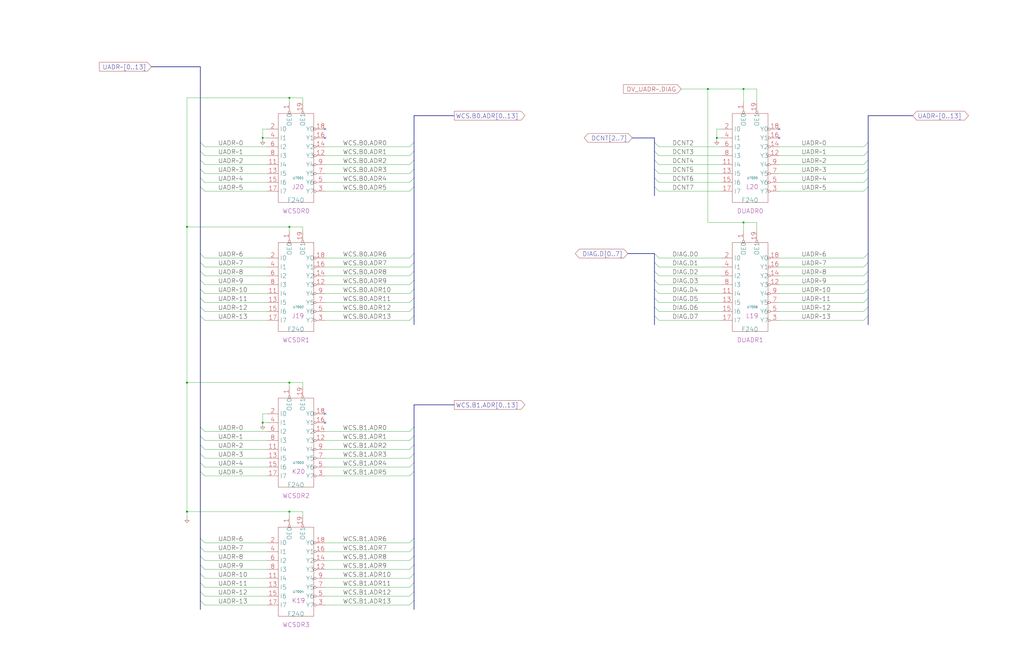
<source format=kicad_sch>
(kicad_sch (version 20250114) (generator "eeschema") (generator_version "9.0")
  (paper "User" 584.2 378.46)
  (title_block (title "WCS DRIVERS") (date "22-MAY-90") (rev "1.0") (comment 1 "SEQUENCER") (comment 2 "232-003064") (comment 3 "S400") (comment 4 "RELEASED"))
  (lib_symbols
    (symbol "r1000:F240" (pin_names (offset 1.016))
      (property "Reference" "U" (at 2.54 5.08 0))
      (property "Value" "F240" (at -3.81 -7.62 0))
      (property "Location" "___" (at -1.27 0 0))
      (property "Name" "______" (at 1.27 -15.24 0))
      (symbol "F240_1_1"
        (rectangle (start -8.89 41.91) (end 11.43 -8.89))
        (circle (center -2.54 42.545) (radius 0.635))
        (circle (center 5.08 42.545) (radius 0.635))
        (circle (center 12.065 33.02) (radius 0.635))
        (circle (center 12.065 27.94) (radius 0.635))
        (circle (center 12.065 22.86) (radius 0.635))
        (circle (center 12.065 17.78) (radius 0.635))
        (circle (center 12.065 12.7) (radius 0.635))
        (circle (center 12.065 7.62) (radius 0.635))
        (circle (center 12.065 2.54) (radius 0.635))
        (circle (center 12.065 -2.54) (radius 0.635))
        (pin input line (at -15.24 33.02 0) (length 6.35) (name "I0") (number "2"))
        (pin input line (at -15.24 27.94 0) (length 6.35) (name "I1") (number "4"))
        (pin input line (at -15.24 22.86 0) (length 6.35) (name "I2") (number "6"))
        (pin input line (at -15.24 17.78 0) (length 6.35) (name "I3") (number "8"))
        (pin input line (at -15.24 12.7 0) (length 6.35) (name "I4") (number "11"))
        (pin input line (at -15.24 7.62 0) (length 6.35) (name "I5") (number "13"))
        (pin input line (at -15.24 2.54 0) (length 6.35) (name "I6") (number "15"))
        (pin input line (at -15.24 -2.54 0) (length 6.35) (name "I7") (number "17"))
        (pin input line (at -2.54 48.26 270) (length 5.08) (name "OE0") (number "1"))
        (pin input line (at 5.08 48.26 270) (length 5.08) (name "OE1") (number "19"))
        (pin tri_state line (at 17.78 33.02 180) (length 5.08) (name "Y0") (number "18"))
        (pin tri_state line (at 17.78 27.94 180) (length 5.08) (name "Y1") (number "16"))
        (pin tri_state line (at 17.78 22.86 180) (length 5.08) (name "Y2") (number "14"))
        (pin tri_state line (at 17.78 17.78 180) (length 5.08) (name "Y3") (number "12"))
        (pin tri_state line (at 17.78 12.7 180) (length 5.08) (name "Y4") (number "9"))
        (pin tri_state line (at 17.78 7.62 180) (length 5.08) (name "Y5") (number "7"))
        (pin tri_state line (at 17.78 2.54 180) (length 5.08) (name "Y6") (number "5"))
        (pin tri_state line (at 17.78 -2.54 180) (length 5.08) (name "Y7") (number "3"))
      )
    )
    (symbol "r1000:PD" (power) (pin_numbers (hide yes)) (pin_names (hide yes)) (in_bom no)
      (symbol "PD_0_1"
        (polyline (pts (xy 0 -2.54) (xy 1.27 -2.54) (xy 0 -3.81) (xy -1.27 -2.54) (xy 0 -2.54)) (stroke (width 0.1524)))
      )
      (symbol "PD_1_1"
        (pin power_in line (at 0 0 270) (length 2.54) (name "PD") (number "1"))
      )
    )
  )
  (junction (at 165.1 218.44))
  (junction (at 408.94 78.74))
  (junction (at 424.18 127))
  (junction (at 149.86 241.3))
  (junction (at 165.1 292.1))
  (junction (at 149.86 78.74))
  (junction (at 165.1 129.54))
  (junction (at 106.68 129.54))
  (junction (at 165.1 55.88))
  (junction (at 106.68 292.1))
  (junction (at 424.18 50.8))
  (junction (at 106.68 218.44))
  (junction (at 403.86 50.8))
  (no_connect (at 444.5 78.74))
  (no_connect (at 185.42 78.74))
  (no_connect (at 185.42 241.3))
  (no_connect (at 185.42 236.22))
  (no_connect (at 185.42 73.66))
  (no_connect (at 444.5 73.66))
  (bus_entry (at 114.3 180.34) (size 2.54 2.54))
  (bus_entry (at 495.3 180.34) (size -2.54 2.54))
  (bus_entry (at 114.3 106.68) (size 2.54 2.54))
  (bus_entry (at 495.3 160.02) (size -2.54 2.54))
  (bus_entry (at 114.3 170.18) (size 2.54 2.54))
  (bus_entry (at 236.22 322.58) (size -2.54 2.54))
  (bus_entry (at 236.22 175.26) (size -2.54 2.54))
  (bus_entry (at 495.3 101.6) (size -2.54 2.54))
  (bus_entry (at 236.22 259.08) (size -2.54 2.54))
  (bus_entry (at 236.22 342.9) (size -2.54 2.54))
  (bus_entry (at 373.38 101.6) (size 2.54 2.54))
  (bus_entry (at 495.3 165.1) (size -2.54 2.54))
  (bus_entry (at 495.3 106.68) (size -2.54 2.54))
  (bus_entry (at 373.38 170.18) (size 2.54 2.54))
  (bus_entry (at 236.22 317.5) (size -2.54 2.54))
  (bus_entry (at 114.3 322.58) (size 2.54 2.54))
  (bus_entry (at 236.22 243.84) (size -2.54 2.54))
  (bus_entry (at 114.3 81.28) (size 2.54 2.54))
  (bus_entry (at 114.3 96.52) (size 2.54 2.54))
  (bus_entry (at 236.22 101.6) (size -2.54 2.54))
  (bus_entry (at 236.22 165.1) (size -2.54 2.54))
  (bus_entry (at 114.3 307.34) (size 2.54 2.54))
  (bus_entry (at 236.22 337.82) (size -2.54 2.54))
  (bus_entry (at 114.3 342.9) (size 2.54 2.54))
  (bus_entry (at 114.3 154.94) (size 2.54 2.54))
  (bus_entry (at 236.22 160.02) (size -2.54 2.54))
  (bus_entry (at 236.22 86.36) (size -2.54 2.54))
  (bus_entry (at 373.38 86.36) (size 2.54 2.54))
  (bus_entry (at 236.22 91.44) (size -2.54 2.54))
  (bus_entry (at 114.3 337.82) (size 2.54 2.54))
  (bus_entry (at 114.3 144.78) (size 2.54 2.54))
  (bus_entry (at 114.3 317.5) (size 2.54 2.54))
  (bus_entry (at 373.38 154.94) (size 2.54 2.54))
  (bus_entry (at 236.22 170.18) (size -2.54 2.54))
  (bus_entry (at 114.3 264.16) (size 2.54 2.54))
  (bus_entry (at 114.3 327.66) (size 2.54 2.54))
  (bus_entry (at 373.38 106.68) (size 2.54 2.54))
  (bus_entry (at 495.3 144.78) (size -2.54 2.54))
  (bus_entry (at 236.22 254) (size -2.54 2.54))
  (bus_entry (at 236.22 180.34) (size -2.54 2.54))
  (bus_entry (at 236.22 312.42) (size -2.54 2.54))
  (bus_entry (at 114.3 248.92) (size 2.54 2.54))
  (bus_entry (at 114.3 160.02) (size 2.54 2.54))
  (bus_entry (at 236.22 264.16) (size -2.54 2.54))
  (bus_entry (at 373.38 175.26) (size 2.54 2.54))
  (bus_entry (at 236.22 149.86) (size -2.54 2.54))
  (bus_entry (at 114.3 101.6) (size 2.54 2.54))
  (bus_entry (at 236.22 144.78) (size -2.54 2.54))
  (bus_entry (at 114.3 259.08) (size 2.54 2.54))
  (bus_entry (at 114.3 332.74) (size 2.54 2.54))
  (bus_entry (at 236.22 81.28) (size -2.54 2.54))
  (bus_entry (at 236.22 154.94) (size -2.54 2.54))
  (bus_entry (at 373.38 149.86) (size 2.54 2.54))
  (bus_entry (at 236.22 106.68) (size -2.54 2.54))
  (bus_entry (at 495.3 175.26) (size -2.54 2.54))
  (bus_entry (at 373.38 180.34) (size 2.54 2.54))
  (bus_entry (at 495.3 96.52) (size -2.54 2.54))
  (bus_entry (at 495.3 170.18) (size -2.54 2.54))
  (bus_entry (at 236.22 96.52) (size -2.54 2.54))
  (bus_entry (at 114.3 149.86) (size 2.54 2.54))
  (bus_entry (at 373.38 165.1) (size 2.54 2.54))
  (bus_entry (at 495.3 154.94) (size -2.54 2.54))
  (bus_entry (at 114.3 91.44) (size 2.54 2.54))
  (bus_entry (at 236.22 307.34) (size -2.54 2.54))
  (bus_entry (at 495.3 81.28) (size -2.54 2.54))
  (bus_entry (at 236.22 332.74) (size -2.54 2.54))
  (bus_entry (at 495.3 149.86) (size -2.54 2.54))
  (bus_entry (at 373.38 144.78) (size 2.54 2.54))
  (bus_entry (at 114.3 254) (size 2.54 2.54))
  (bus_entry (at 236.22 327.66) (size -2.54 2.54))
  (bus_entry (at 495.3 91.44) (size -2.54 2.54))
  (bus_entry (at 236.22 248.92) (size -2.54 2.54))
  (bus_entry (at 236.22 269.24) (size -2.54 2.54))
  (bus_entry (at 495.3 86.36) (size -2.54 2.54))
  (bus_entry (at 373.38 81.28) (size 2.54 2.54))
  (bus_entry (at 114.3 175.26) (size 2.54 2.54))
  (bus_entry (at 114.3 312.42) (size 2.54 2.54))
  (bus_entry (at 373.38 96.52) (size 2.54 2.54))
  (bus_entry (at 114.3 243.84) (size 2.54 2.54))
  (bus_entry (at 114.3 269.24) (size 2.54 2.54))
  (bus_entry (at 373.38 91.44) (size 2.54 2.54))
  (bus_entry (at 114.3 86.36) (size 2.54 2.54))
  (bus_entry (at 373.38 160.02) (size 2.54 2.54))
  (bus_entry (at 114.3 165.1) (size 2.54 2.54))
  (wire (pts (xy 116.84 88.9) (xy 152.4 88.9)))
  (bus (pts (xy 114.3 322.58) (xy 114.3 327.66)))
  (wire (pts (xy 375.92 109.22) (xy 411.48 109.22)))
  (wire (pts (xy 172.72 55.88) (xy 165.1 55.88)))
  (wire (pts (xy 165.1 55.88) (xy 106.68 55.88)))
  (bus (pts (xy 236.22 81.28) (xy 236.22 86.36)))
  (wire (pts (xy 375.92 157.48) (xy 411.48 157.48)))
  (bus (pts (xy 114.3 86.36) (xy 114.3 91.44)))
  (bus (pts (xy 236.22 106.68) (xy 236.22 144.78)))
  (wire (pts (xy 424.18 50.8) (xy 424.18 58.42)))
  (bus (pts (xy 114.3 269.24) (xy 114.3 307.34)))
  (wire (pts (xy 185.42 99.06) (xy 233.68 99.06)))
  (bus (pts (xy 236.22 254) (xy 236.22 259.08)))
  (wire (pts (xy 403.86 50.8) (xy 424.18 50.8)))
  (bus (pts (xy 236.22 91.44) (xy 236.22 96.52)))
  (bus (pts (xy 236.22 165.1) (xy 236.22 170.18)))
  (bus (pts (xy 236.22 342.9) (xy 236.22 347.98)))
  (bus (pts (xy 373.38 91.44) (xy 373.38 96.52)))
  (wire (pts (xy 431.8 132.08) (xy 431.8 127)))
  (bus (pts (xy 114.3 170.18) (xy 114.3 175.26)))
  (wire (pts (xy 116.84 177.8) (xy 152.4 177.8)))
  (wire (pts (xy 375.92 99.06) (xy 411.48 99.06)))
  (wire (pts (xy 185.42 325.12) (xy 233.68 325.12)))
  (wire (pts (xy 375.92 147.32) (xy 411.48 147.32)))
  (wire (pts (xy 375.92 167.64) (xy 411.48 167.64)))
  (wire (pts (xy 116.84 340.36) (xy 152.4 340.36)))
  (bus (pts (xy 495.3 180.34) (xy 495.3 185.42)))
  (wire (pts (xy 116.84 251.46) (xy 152.4 251.46)))
  (wire (pts (xy 116.84 157.48) (xy 152.4 157.48)))
  (wire (pts (xy 116.84 182.88) (xy 152.4 182.88)))
  (wire (pts (xy 411.48 73.66) (xy 408.94 73.66)))
  (bus (pts (xy 358.14 144.78) (xy 373.38 144.78)))
  (bus (pts (xy 114.3 327.66) (xy 114.3 332.74)))
  (wire (pts (xy 185.42 320.04) (xy 233.68 320.04)))
  (wire (pts (xy 185.42 246.38) (xy 233.68 246.38)))
  (bus (pts (xy 236.22 231.14) (xy 259.08 231.14)))
  (wire (pts (xy 444.5 99.06) (xy 492.76 99.06)))
  (bus (pts (xy 114.3 175.26) (xy 114.3 180.34)))
  (bus (pts (xy 114.3 38.1) (xy 114.3 81.28)))
  (wire (pts (xy 444.5 157.48) (xy 492.76 157.48)))
  (wire (pts (xy 403.86 50.8) (xy 403.86 127)))
  (wire (pts (xy 444.5 93.98) (xy 492.76 93.98)))
  (bus (pts (xy 114.3 312.42) (xy 114.3 317.5)))
  (wire (pts (xy 106.68 129.54) (xy 165.1 129.54)))
  (wire (pts (xy 375.92 104.14) (xy 411.48 104.14)))
  (wire (pts (xy 116.84 345.44) (xy 152.4 345.44)))
  (wire (pts (xy 375.92 93.98) (xy 411.48 93.98)))
  (wire (pts (xy 185.42 157.48) (xy 233.68 157.48)))
  (bus (pts (xy 114.3 259.08) (xy 114.3 264.16)))
  (wire (pts (xy 408.94 73.66) (xy 408.94 78.74)))
  (wire (pts (xy 185.42 104.14) (xy 233.68 104.14)))
  (wire (pts (xy 444.5 109.22) (xy 492.76 109.22)))
  (wire (pts (xy 172.72 58.42) (xy 172.72 55.88)))
  (bus (pts (xy 114.3 248.92) (xy 114.3 254)))
  (bus (pts (xy 236.22 243.84) (xy 236.22 248.92)))
  (wire (pts (xy 375.92 182.88) (xy 411.48 182.88)))
  (wire (pts (xy 185.42 271.78) (xy 233.68 271.78)))
  (bus (pts (xy 236.22 154.94) (xy 236.22 160.02)))
  (wire (pts (xy 116.84 99.06) (xy 152.4 99.06)))
  (wire (pts (xy 116.84 83.82) (xy 152.4 83.82)))
  (bus (pts (xy 114.3 180.34) (xy 114.3 243.84)))
  (wire (pts (xy 444.5 162.56) (xy 492.76 162.56)))
  (bus (pts (xy 495.3 160.02) (xy 495.3 165.1)))
  (bus (pts (xy 236.22 322.58) (xy 236.22 327.66)))
  (bus (pts (xy 495.3 91.44) (xy 495.3 96.52)))
  (wire (pts (xy 375.92 83.82) (xy 411.48 83.82)))
  (wire (pts (xy 172.72 292.1) (xy 172.72 294.64)))
  (bus (pts (xy 236.22 66.04) (xy 259.08 66.04)))
  (wire (pts (xy 444.5 88.9) (xy 492.76 88.9)))
  (bus (pts (xy 495.3 101.6) (xy 495.3 106.68)))
  (bus (pts (xy 114.3 106.68) (xy 114.3 144.78)))
  (bus (pts (xy 373.38 180.34) (xy 373.38 185.42)))
  (bus (pts (xy 236.22 175.26) (xy 236.22 180.34)))
  (wire (pts (xy 116.84 335.28) (xy 152.4 335.28)))
  (bus (pts (xy 373.38 144.78) (xy 373.38 149.86)))
  (wire (pts (xy 106.68 218.44) (xy 106.68 292.1)))
  (bus (pts (xy 236.22 337.82) (xy 236.22 342.9)))
  (bus (pts (xy 236.22 259.08) (xy 236.22 264.16)))
  (wire (pts (xy 116.84 147.32) (xy 152.4 147.32)))
  (wire (pts (xy 116.84 152.4) (xy 152.4 152.4)))
  (bus (pts (xy 495.3 144.78) (xy 495.3 149.86)))
  (bus (pts (xy 495.3 149.86) (xy 495.3 154.94)))
  (bus (pts (xy 236.22 312.42) (xy 236.22 317.5)))
  (bus (pts (xy 373.38 160.02) (xy 373.38 165.1)))
  (wire (pts (xy 149.86 78.74) (xy 152.4 78.74)))
  (wire (pts (xy 116.84 325.12) (xy 152.4 325.12)))
  (bus (pts (xy 236.22 307.34) (xy 236.22 312.42)))
  (wire (pts (xy 444.5 147.32) (xy 492.76 147.32)))
  (wire (pts (xy 106.68 129.54) (xy 106.68 218.44)))
  (wire (pts (xy 185.42 256.54) (xy 233.68 256.54)))
  (bus (pts (xy 236.22 332.74) (xy 236.22 337.82)))
  (bus (pts (xy 236.22 144.78) (xy 236.22 149.86)))
  (wire (pts (xy 116.84 256.54) (xy 152.4 256.54)))
  (bus (pts (xy 495.3 86.36) (xy 495.3 91.44)))
  (bus (pts (xy 236.22 86.36) (xy 236.22 91.44)))
  (bus (pts (xy 236.22 170.18) (xy 236.22 175.26)))
  (bus (pts (xy 236.22 264.16) (xy 236.22 269.24)))
  (bus (pts (xy 360.68 78.74) (xy 373.38 78.74)))
  (bus (pts (xy 236.22 149.86) (xy 236.22 154.94)))
  (bus (pts (xy 373.38 175.26) (xy 373.38 180.34)))
  (bus (pts (xy 236.22 269.24) (xy 236.22 307.34)))
  (bus (pts (xy 114.3 160.02) (xy 114.3 165.1)))
  (wire (pts (xy 116.84 266.7) (xy 152.4 266.7)))
  (wire (pts (xy 375.92 177.8) (xy 411.48 177.8)))
  (wire (pts (xy 116.84 309.88) (xy 152.4 309.88)))
  (wire (pts (xy 444.5 83.82) (xy 492.76 83.82)))
  (wire (pts (xy 424.18 127) (xy 403.86 127)))
  (wire (pts (xy 185.42 266.7) (xy 233.68 266.7)))
  (wire (pts (xy 149.86 73.66) (xy 149.86 78.74)))
  (wire (pts (xy 185.42 340.36) (xy 233.68 340.36)))
  (wire (pts (xy 185.42 172.72) (xy 233.68 172.72)))
  (wire (pts (xy 116.84 320.04) (xy 152.4 320.04)))
  (bus (pts (xy 373.38 96.52) (xy 373.38 101.6)))
  (wire (pts (xy 152.4 73.66) (xy 149.86 73.66)))
  (bus (pts (xy 114.3 307.34) (xy 114.3 312.42)))
  (bus (pts (xy 86.36 38.1) (xy 114.3 38.1)))
  (wire (pts (xy 116.84 261.62) (xy 152.4 261.62)))
  (bus (pts (xy 495.3 66.04) (xy 495.3 81.28)))
  (wire (pts (xy 165.1 218.44) (xy 165.1 220.98)))
  (wire (pts (xy 149.86 241.3) (xy 152.4 241.3)))
  (wire (pts (xy 431.8 50.8) (xy 431.8 58.42)))
  (wire (pts (xy 165.1 129.54) (xy 165.1 132.08)))
  (wire (pts (xy 185.42 152.4) (xy 233.68 152.4)))
  (wire (pts (xy 185.42 314.96) (xy 233.68 314.96)))
  (bus (pts (xy 236.22 66.04) (xy 236.22 81.28)))
  (bus (pts (xy 373.38 170.18) (xy 373.38 175.26)))
  (wire (pts (xy 408.94 78.74) (xy 411.48 78.74)))
  (wire (pts (xy 185.42 330.2) (xy 233.68 330.2)))
  (wire (pts (xy 375.92 88.9) (xy 411.48 88.9)))
  (bus (pts (xy 114.3 96.52) (xy 114.3 101.6)))
  (wire (pts (xy 106.68 218.44) (xy 165.1 218.44)))
  (wire (pts (xy 185.42 309.88) (xy 233.68 309.88)))
  (wire (pts (xy 116.84 314.96) (xy 152.4 314.96)))
  (bus (pts (xy 114.3 337.82) (xy 114.3 342.9)))
  (wire (pts (xy 116.84 246.38) (xy 152.4 246.38)))
  (bus (pts (xy 373.38 101.6) (xy 373.38 106.68)))
  (bus (pts (xy 114.3 91.44) (xy 114.3 96.52)))
  (bus (pts (xy 114.3 149.86) (xy 114.3 154.94)))
  (wire (pts (xy 185.42 345.44) (xy 233.68 345.44)))
  (bus (pts (xy 236.22 248.92) (xy 236.22 254)))
  (wire (pts (xy 388.62 50.8) (xy 403.86 50.8)))
  (bus (pts (xy 236.22 180.34) (xy 236.22 185.42)))
  (wire (pts (xy 106.68 55.88) (xy 106.68 129.54)))
  (wire (pts (xy 165.1 292.1) (xy 172.72 292.1)))
  (wire (pts (xy 165.1 292.1) (xy 165.1 294.64)))
  (wire (pts (xy 185.42 335.28) (xy 233.68 335.28)))
  (bus (pts (xy 236.22 160.02) (xy 236.22 165.1)))
  (wire (pts (xy 116.84 104.14) (xy 152.4 104.14)))
  (bus (pts (xy 236.22 96.52) (xy 236.22 101.6)))
  (wire (pts (xy 152.4 236.22) (xy 149.86 236.22)))
  (bus (pts (xy 114.3 342.9) (xy 114.3 347.98)))
  (bus (pts (xy 236.22 317.5) (xy 236.22 322.58)))
  (wire (pts (xy 172.72 218.44) (xy 172.72 220.98)))
  (wire (pts (xy 185.42 162.56) (xy 233.68 162.56)))
  (wire (pts (xy 185.42 261.62) (xy 233.68 261.62)))
  (bus (pts (xy 373.38 165.1) (xy 373.38 170.18)))
  (wire (pts (xy 106.68 292.1) (xy 106.68 294.64)))
  (bus (pts (xy 495.3 96.52) (xy 495.3 101.6)))
  (bus (pts (xy 495.3 170.18) (xy 495.3 175.26)))
  (bus (pts (xy 495.3 154.94) (xy 495.3 160.02)))
  (wire (pts (xy 185.42 109.22) (xy 233.68 109.22)))
  (wire (pts (xy 375.92 162.56) (xy 411.48 162.56)))
  (bus (pts (xy 495.3 81.28) (xy 495.3 86.36)))
  (wire (pts (xy 444.5 152.4) (xy 492.76 152.4)))
  (wire (pts (xy 116.84 271.78) (xy 152.4 271.78)))
  (wire (pts (xy 185.42 177.8) (xy 233.68 177.8)))
  (bus (pts (xy 114.3 154.94) (xy 114.3 160.02)))
  (wire (pts (xy 185.42 182.88) (xy 233.68 182.88)))
  (bus (pts (xy 495.3 106.68) (xy 495.3 144.78)))
  (wire (pts (xy 375.92 152.4) (xy 411.48 152.4)))
  (bus (pts (xy 373.38 78.74) (xy 373.38 81.28)))
  (bus (pts (xy 114.3 101.6) (xy 114.3 106.68)))
  (wire (pts (xy 116.84 93.98) (xy 152.4 93.98)))
  (wire (pts (xy 185.42 83.82) (xy 233.68 83.82)))
  (wire (pts (xy 116.84 109.22) (xy 152.4 109.22)))
  (wire (pts (xy 444.5 177.8) (xy 492.76 177.8)))
  (wire (pts (xy 172.72 129.54) (xy 172.72 132.08)))
  (wire (pts (xy 116.84 172.72) (xy 152.4 172.72)))
  (wire (pts (xy 185.42 88.9) (xy 233.68 88.9)))
  (bus (pts (xy 495.3 66.04) (xy 520.7 66.04)))
  (bus (pts (xy 114.3 254) (xy 114.3 259.08)))
  (wire (pts (xy 424.18 127) (xy 424.18 132.08)))
  (bus (pts (xy 114.3 243.84) (xy 114.3 248.92)))
  (wire (pts (xy 444.5 172.72) (xy 492.76 172.72)))
  (bus (pts (xy 373.38 86.36) (xy 373.38 91.44)))
  (bus (pts (xy 114.3 264.16) (xy 114.3 269.24)))
  (bus (pts (xy 236.22 231.14) (xy 236.22 243.84)))
  (bus (pts (xy 114.3 317.5) (xy 114.3 322.58)))
  (wire (pts (xy 431.8 127) (xy 424.18 127)))
  (wire (pts (xy 116.84 330.2) (xy 152.4 330.2)))
  (wire (pts (xy 165.1 218.44) (xy 172.72 218.44)))
  (wire (pts (xy 165.1 55.88) (xy 165.1 58.42)))
  (wire (pts (xy 444.5 167.64) (xy 492.76 167.64)))
  (wire (pts (xy 444.5 104.14) (xy 492.76 104.14)))
  (wire (pts (xy 424.18 50.8) (xy 431.8 50.8)))
  (wire (pts (xy 375.92 172.72) (xy 411.48 172.72)))
  (bus (pts (xy 373.38 149.86) (xy 373.38 154.94)))
  (wire (pts (xy 116.84 167.64) (xy 152.4 167.64)))
  (bus (pts (xy 114.3 332.74) (xy 114.3 337.82)))
  (bus (pts (xy 114.3 144.78) (xy 114.3 149.86)))
  (bus (pts (xy 373.38 106.68) (xy 373.38 111.76)))
  (bus (pts (xy 495.3 165.1) (xy 495.3 170.18)))
  (wire (pts (xy 185.42 251.46) (xy 233.68 251.46)))
  (bus (pts (xy 236.22 327.66) (xy 236.22 332.74)))
  (wire (pts (xy 106.68 292.1) (xy 165.1 292.1)))
  (wire (pts (xy 444.5 182.88) (xy 492.76 182.88)))
  (wire (pts (xy 116.84 162.56) (xy 152.4 162.56)))
  (wire (pts (xy 185.42 147.32) (xy 233.68 147.32)))
  (bus (pts (xy 373.38 154.94) (xy 373.38 160.02)))
  (bus (pts (xy 373.38 81.28) (xy 373.38 86.36)))
  (wire (pts (xy 165.1 129.54) (xy 172.72 129.54)))
  (bus (pts (xy 114.3 81.28) (xy 114.3 86.36)))
  (wire (pts (xy 149.86 236.22) (xy 149.86 241.3)))
  (bus (pts (xy 495.3 175.26) (xy 495.3 180.34)))
  (bus (pts (xy 114.3 165.1) (xy 114.3 170.18)))
  (wire (pts (xy 185.42 167.64) (xy 233.68 167.64)))
  (bus (pts (xy 236.22 101.6) (xy 236.22 106.68)))
  (wire (pts (xy 185.42 93.98) (xy 233.68 93.98)))
  (label "WCS.B1.ADR13" (at 195.58 345.44 0) (effects (font (size 2.54 2.54))))
  (label "UADR~2" (at 124.46 256.54 0) (effects (font (size 2.54 2.54))))
  (label "UADR~5" (at 457.2 109.22 0) (effects (font (size 2.54 2.54))))
  (label "WCS.B1.ADR6" (at 195.58 309.88 0) (effects (font (size 2.54 2.54))))
  (label "WCS.B1.ADR8" (at 195.58 320.04 0) (effects (font (size 2.54 2.54))))
  (label "DCNT4" (at 383.54 93.98 0) (effects (font (size 2.54 2.54))))
  (label "UADR~1" (at 124.46 251.46 0) (effects (font (size 2.54 2.54))))
  (label "DIAG.D2" (at 383.54 157.48 0) (effects (font (size 2.54 2.54))))
  (label "UADR~10" (at 124.46 330.2 0) (effects (font (size 2.54 2.54))))
  (label "WCS.B0.ADR9" (at 195.58 162.56 0) (effects (font (size 2.54 2.54))))
  (label "DCNT2" (at 383.54 83.82 0) (effects (font (size 2.54 2.54))))
  (label "DCNT3" (at 383.54 88.9 0) (effects (font (size 2.54 2.54))))
  (label "WCS.B0.ADR3" (at 195.58 99.06 0) (effects (font (size 2.54 2.54))))
  (label "WCS.B1.ADR5" (at 195.58 271.78 0) (effects (font (size 2.54 2.54))))
  (label "UADR~12" (at 124.46 340.36 0) (effects (font (size 2.54 2.54))))
  (label "DCNT5" (at 383.54 99.06 0) (effects (font (size 2.54 2.54))))
  (label "DCNT6" (at 383.54 104.14 0) (effects (font (size 2.54 2.54))))
  (label "UADR~7" (at 124.46 152.4 0) (effects (font (size 2.54 2.54))))
  (label "UADR~6" (at 457.2 147.32 0) (effects (font (size 2.54 2.54))))
  (label "UADR~12" (at 457.2 177.8 0) (effects (font (size 2.54 2.54))))
  (label "UADR~6" (at 124.46 309.88 0) (effects (font (size 2.54 2.54))))
  (label "UADR~4" (at 124.46 266.7 0) (effects (font (size 2.54 2.54))))
  (label "UADR~2" (at 457.2 93.98 0) (effects (font (size 2.54 2.54))))
  (label "UADR~8" (at 124.46 320.04 0) (effects (font (size 2.54 2.54))))
  (label "UADR~13" (at 124.46 345.44 0) (effects (font (size 2.54 2.54))))
  (label "DIAG.D0" (at 383.54 147.32 0) (effects (font (size 2.54 2.54))))
  (label "UADR~13" (at 124.46 182.88 0) (effects (font (size 2.54 2.54))))
  (label "UADR~0" (at 457.2 83.82 0) (effects (font (size 2.54 2.54))))
  (label "UADR~9" (at 124.46 162.56 0) (effects (font (size 2.54 2.54))))
  (label "WCS.B0.ADR12" (at 195.58 177.8 0) (effects (font (size 2.54 2.54))))
  (label "UADR~1" (at 457.2 88.9 0) (effects (font (size 2.54 2.54))))
  (label "WCS.B1.ADR2" (at 195.58 256.54 0) (effects (font (size 2.54 2.54))))
  (label "UADR~11" (at 124.46 172.72 0) (effects (font (size 2.54 2.54))))
  (label "UADR~7" (at 124.46 314.96 0) (effects (font (size 2.54 2.54))))
  (label "UADR~9" (at 124.46 325.12 0) (effects (font (size 2.54 2.54))))
  (label "UADR~4" (at 457.2 104.14 0) (effects (font (size 2.54 2.54))))
  (label "WCS.B0.ADR5" (at 195.58 109.22 0) (effects (font (size 2.54 2.54))))
  (label "UADR~8" (at 457.2 157.48 0) (effects (font (size 2.54 2.54))))
  (label "WCS.B0.ADR4" (at 195.58 104.14 0) (effects (font (size 2.54 2.54))))
  (label "WCS.B1.ADR9" (at 195.58 325.12 0) (effects (font (size 2.54 2.54))))
  (label "WCS.B0.ADR10" (at 195.58 167.64 0) (effects (font (size 2.54 2.54))))
  (label "UADR~1" (at 124.46 88.9 0) (effects (font (size 2.54 2.54))))
  (label "WCS.B1.ADR12" (at 195.58 340.36 0) (effects (font (size 2.54 2.54))))
  (label "UADR~11" (at 457.2 172.72 0) (effects (font (size 2.54 2.54))))
  (label "UADR~5" (at 124.46 109.22 0) (effects (font (size 2.54 2.54))))
  (label "WCS.B0.ADR6" (at 195.58 147.32 0) (effects (font (size 2.54 2.54))))
  (label "DIAG.D5" (at 383.54 172.72 0) (effects (font (size 2.54 2.54))))
  (label "WCS.B0.ADR8" (at 195.58 157.48 0) (effects (font (size 2.54 2.54))))
  (label "WCS.B1.ADR10" (at 195.58 330.2 0) (effects (font (size 2.54 2.54))))
  (label "UADR~12" (at 124.46 177.8 0) (effects (font (size 2.54 2.54))))
  (label "UADR~5" (at 124.46 271.78 0) (effects (font (size 2.54 2.54))))
  (label "UADR~0" (at 124.46 246.38 0) (effects (font (size 2.54 2.54))))
  (label "UADR~8" (at 124.46 157.48 0) (effects (font (size 2.54 2.54))))
  (label "DIAG.D1" (at 383.54 152.4 0) (effects (font (size 2.54 2.54))))
  (label "UADR~13" (at 457.2 182.88 0) (effects (font (size 2.54 2.54))))
  (label "WCS.B1.ADR1" (at 195.58 251.46 0) (effects (font (size 2.54 2.54))))
  (label "UADR~10" (at 124.46 167.64 0) (effects (font (size 2.54 2.54))))
  (label "UADR~3" (at 124.46 261.62 0) (effects (font (size 2.54 2.54))))
  (label "UADR~3" (at 457.2 99.06 0) (effects (font (size 2.54 2.54))))
  (label "WCS.B1.ADR0" (at 195.58 246.38 0) (effects (font (size 2.54 2.54))))
  (label "WCS.B1.ADR4" (at 195.58 266.7 0) (effects (font (size 2.54 2.54))))
  (label "WCS.B0.ADR0" (at 195.58 83.82 0) (effects (font (size 2.54 2.54))))
  (label "DIAG.D7" (at 383.54 182.88 0) (effects (font (size 2.54 2.54))))
  (label "WCS.B1.ADR3" (at 195.58 261.62 0) (effects (font (size 2.54 2.54))))
  (label "WCS.B0.ADR1" (at 195.58 88.9 0) (effects (font (size 2.54 2.54))))
  (label "UADR~7" (at 457.2 152.4 0) (effects (font (size 2.54 2.54))))
  (label "DIAG.D4" (at 383.54 167.64 0) (effects (font (size 2.54 2.54))))
  (label "WCS.B1.ADR7" (at 195.58 314.96 0) (effects (font (size 2.54 2.54))))
  (label "UADR~6" (at 124.46 147.32 0) (effects (font (size 2.54 2.54))))
  (label "WCS.B0.ADR11" (at 195.58 172.72 0) (effects (font (size 2.54 2.54))))
  (label "UADR~3" (at 124.46 99.06 0) (effects (font (size 2.54 2.54))))
  (label "WCS.B0.ADR2" (at 195.58 93.98 0) (effects (font (size 2.54 2.54))))
  (label "UADR~11" (at 124.46 335.28 0) (effects (font (size 2.54 2.54))))
  (label "UADR~4" (at 124.46 104.14 0) (effects (font (size 2.54 2.54))))
  (label "UADR~9" (at 457.2 162.56 0) (effects (font (size 2.54 2.54))))
  (label "DIAG.D6" (at 383.54 177.8 0) (effects (font (size 2.54 2.54))))
  (label "DCNT7" (at 383.54 109.22 0) (effects (font (size 2.54 2.54))))
  (label "WCS.B1.ADR11" (at 195.58 335.28 0) (effects (font (size 2.54 2.54))))
  (label "UADR~10" (at 457.2 167.64 0) (effects (font (size 2.54 2.54))))
  (label "WCS.B0.ADR13" (at 195.58 182.88 0) (effects (font (size 2.54 2.54))))
  (label "UADR~2" (at 124.46 93.98 0) (effects (font (size 2.54 2.54))))
  (label "DIAG.D3" (at 383.54 162.56 0) (effects (font (size 2.54 2.54))))
  (label "UADR~0" (at 124.46 83.82 0) (effects (font (size 2.54 2.54))))
  (label "WCS.B0.ADR7" (at 195.58 152.4 0) (effects (font (size 2.54 2.54))))
  (global_label "UADR~[0..13]" (shape bidirectional) (at 520.7 66.04 0) (effects (font (size 2.54 2.54))) (property "Intersheetrefs" "${INTERSHEET_REFS}" (at 550.3212 65.8813 0) (effects (font (size 1.905 1.905)) (justify left))))
  (global_label "WCS.B1.ADR[0..13]" (shape output) (at 259.08 231.14 0) (effects (font (size 2.54 2.54))) (property "Intersheetrefs" "${INTERSHEET_REFS}" (at 299.466 230.9813 0) (effects (font (size 1.905 1.905)) (justify left))))
  (global_label "WCS.B0.ADR[0..13]" (shape output) (at 259.08 66.04 0) (effects (font (size 2.54 2.54))) (property "Intersheetrefs" "${INTERSHEET_REFS}" (at 299.466 65.8813 0) (effects (font (size 1.905 1.905)) (justify left))))
  (global_label "DV_UADR~.DIAG" (shape input) (at 388.62 50.8 180) (effects (font (size 2.54 2.54))) (property "Intersheetrefs" "${INTERSHEET_REFS}" (at 355.733 50.6413 0) (effects (font (size 1.905 1.905)) (justify right))))
  (global_label "DIAG.D[0..7]" (shape bidirectional) (at 358.14 144.78 180) (effects (font (size 2.54 2.54))) (property "Intersheetrefs" "${INTERSHEET_REFS}" (at 330.454 144.6213 0) (effects (font (size 1.905 1.905)) (justify right))))
  (global_label "UADR~[0..13]" (shape input) (at 86.36 38.1 180) (effects (font (size 2.54 2.54))) (property "Intersheetrefs" "${INTERSHEET_REFS}" (at 56.7388 37.9413 0) (effects (font (size 1.905 1.905)) (justify right))))
  (global_label "DCNT[2..7]" (shape bidirectional) (at 360.68 78.74 180) (effects (font (size 2.54 2.54))) (property "Intersheetrefs" "${INTERSHEET_REFS}" (at 335.534 78.5813 0) (effects (font (size 1.905 1.905)) (justify right))))
  (symbol (lib_id "r1000:F240") (at 167.64 342.9 0) (unit 1)
    (property "Reference" "U7004" (at 170.18 337.82 0))
    (property "Value" "F240" (at 163.83 350.52 0) (effects (font (size 2.54 2.54)) (justify left)))
    (property "Location" "K19" (at 166.37 342.9 0) (effects (font (size 2.54 2.54)) (justify left)))
    (property "Name" "WCSDR3" (at 168.91 358.14 0) (effects (font (size 2.54 2.54)) (justify bottom)))
  )
  (symbol (lib_id "r1000:PD") (at 106.68 294.64 0) (unit 1) (in_bom no)
    (property "Reference" "#PWR07001" (effects (hide yes)))
    (property "Value" "PD" (effects (hide yes)))
  )
  (symbol (lib_id "r1000:PD") (at 149.86 78.74 0) (unit 1) (in_bom no)
    (property "Reference" "#PWR07002" (effects (hide yes)))
    (property "Value" "PD" (effects (hide yes)))
  )
  (symbol (lib_id "r1000:F240") (at 426.72 106.68 0) (unit 1)
    (property "Reference" "U7005" (at 429.26 101.6 0))
    (property "Value" "F240" (at 422.91 114.3 0) (effects (font (size 2.54 2.54)) (justify left)))
    (property "Location" "L20" (at 425.45 106.68 0) (effects (font (size 2.54 2.54)) (justify left)))
    (property "Name" "DUADR0" (at 427.99 121.92 0) (effects (font (size 2.54 2.54)) (justify bottom)))
  )
  (symbol (lib_id "r1000:F240") (at 426.72 180.34 0) (unit 1)
    (property "Reference" "U7006" (at 429.26 175.26 0))
    (property "Value" "F240" (at 422.91 187.96 0) (effects (font (size 2.54 2.54)) (justify left)))
    (property "Location" "L19" (at 425.45 180.34 0) (effects (font (size 2.54 2.54)) (justify left)))
    (property "Name" "DUADR1" (at 427.99 195.58 0) (effects (font (size 2.54 2.54)) (justify bottom)))
  )
  (symbol (lib_id "r1000:F240") (at 167.64 180.34 0) (unit 1)
    (property "Reference" "U7002" (at 170.18 175.26 0))
    (property "Value" "F240" (at 163.83 187.96 0) (effects (font (size 2.54 2.54)) (justify left)))
    (property "Location" "J19" (at 166.37 180.34 0) (effects (font (size 2.54 2.54)) (justify left)))
    (property "Name" "WCSDR1" (at 168.91 195.58 0) (effects (font (size 2.54 2.54)) (justify bottom)))
  )
  (symbol (lib_id "r1000:PD") (at 149.86 241.3 0) (unit 1) (in_bom no)
    (property "Reference" "#PWR07003" (effects (hide yes)))
    (property "Value" "PD" (effects (hide yes)))
  )
  (symbol (lib_id "r1000:F240") (at 167.64 106.68 0) (unit 1)
    (property "Reference" "U7001" (at 170.18 101.6 0))
    (property "Value" "F240" (at 163.83 114.3 0) (effects (font (size 2.54 2.54)) (justify left)))
    (property "Location" "J20" (at 166.37 106.68 0) (effects (font (size 2.54 2.54)) (justify left)))
    (property "Name" "WCSDR0" (at 168.91 121.92 0) (effects (font (size 2.54 2.54)) (justify bottom)))
  )
  (symbol (lib_id "r1000:PD") (at 408.94 78.74 0) (unit 1) (in_bom no)
    (property "Reference" "#PWR07004" (effects (hide yes)))
    (property "Value" "PD" (effects (hide yes)))
  )
  (symbol (lib_id "r1000:F240") (at 167.64 269.24 0) (unit 1)
    (property "Reference" "U7003" (at 170.18 264.16 0))
    (property "Value" "F240" (at 163.83 276.86 0) (effects (font (size 2.54 2.54)) (justify left)))
    (property "Location" "K20" (at 166.37 269.24 0) (effects (font (size 2.54 2.54)) (justify left)))
    (property "Name" "WCSDR2" (at 168.91 284.48 0) (effects (font (size 2.54 2.54)) (justify bottom)))
  )
)
</source>
